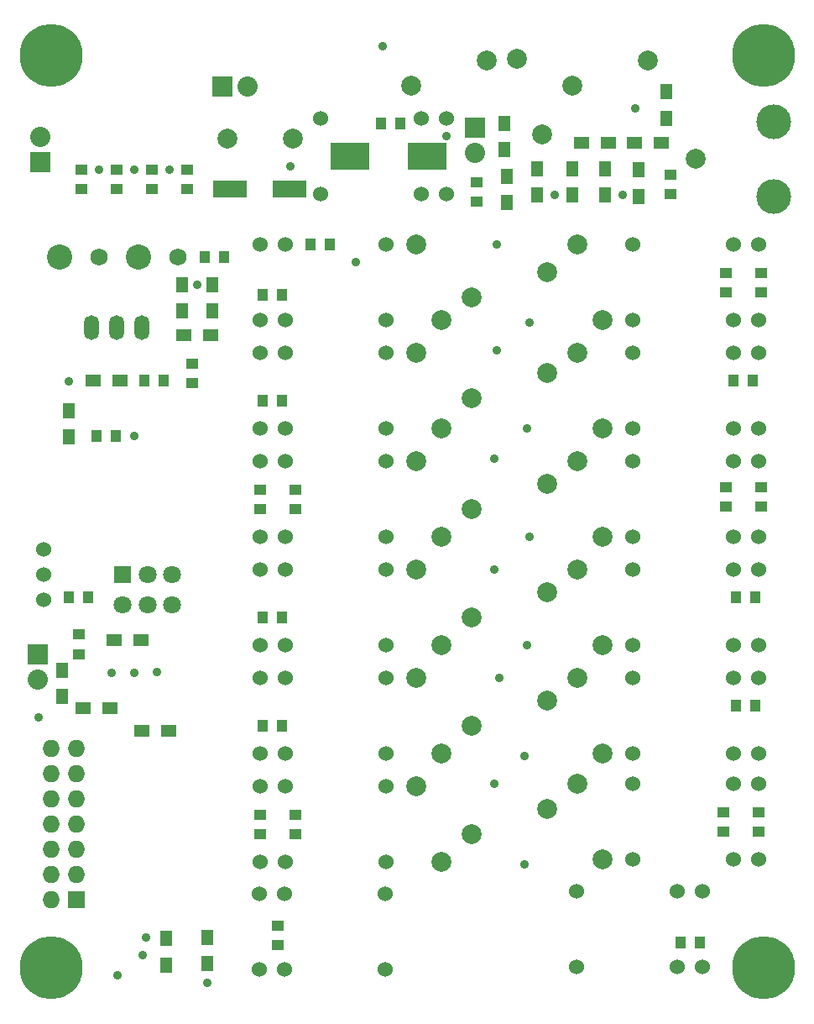
<source format=gbs>
G04 #@! TF.FileFunction,Soldermask,Bot*
%FSLAX46Y46*%
G04 Gerber Fmt 4.6, Leading zero omitted, Abs format (unit mm)*
G04 Created by KiCad (PCBNEW 4.0.1-stable) date 10/02/2016 08:24:28*
%MOMM*%
G01*
G04 APERTURE LIST*
%ADD10C,0.100000*%
%ADD11R,1.000000X1.250000*%
%ADD12R,1.250000X1.000000*%
%ADD13C,3.500000*%
%ADD14C,2.000000*%
%ADD15C,1.524000*%
%ADD16R,1.300000X1.500000*%
%ADD17R,1.500000X1.300000*%
%ADD18C,6.350000*%
%ADD19R,2.032000X2.032000*%
%ADD20O,2.032000X2.032000*%
%ADD21O,1.501140X2.499360*%
%ADD22C,2.540000*%
%ADD23C,1.727200*%
%ADD24R,4.000500X2.700020*%
%ADD25R,3.500120X1.800860*%
%ADD26C,1.998980*%
%ADD27R,1.800000X1.800000*%
%ADD28C,1.800000*%
%ADD29R,1.727200X1.727200*%
%ADD30O,1.727200X1.727200*%
%ADD31C,0.889000*%
G04 APERTURE END LIST*
D10*
D11*
X128540000Y-71882000D03*
X130540000Y-71882000D03*
X125714000Y-77470000D03*
X123714000Y-77470000D03*
X152416000Y-45974000D03*
X154416000Y-45974000D03*
X134636000Y-59436000D03*
X136636000Y-59436000D03*
D12*
X125730000Y-50562000D03*
X125730000Y-52562000D03*
X132842000Y-50562000D03*
X132842000Y-52562000D03*
X122174000Y-50562000D03*
X122174000Y-52562000D03*
D13*
X192024000Y-53330000D03*
X192024000Y-45730000D03*
D14*
X184224000Y-49530000D03*
D15*
X118364000Y-91440000D03*
X118364000Y-93980000D03*
X118364000Y-88900000D03*
D16*
X175006000Y-53166000D03*
X175006000Y-50466000D03*
D17*
X172640000Y-47879000D03*
X175340000Y-47879000D03*
D16*
X171704000Y-53166000D03*
X171704000Y-50466000D03*
X135382000Y-62150000D03*
X135382000Y-64850000D03*
D17*
X132508000Y-67310000D03*
X135208000Y-67310000D03*
D16*
X132334000Y-62150000D03*
X132334000Y-64850000D03*
X181229000Y-45419000D03*
X181229000Y-42719000D03*
X178435000Y-53293000D03*
X178435000Y-50593000D03*
D17*
X177974000Y-47879000D03*
X180674000Y-47879000D03*
D18*
X191008000Y-39116000D03*
X119126000Y-39116000D03*
X191008000Y-131064000D03*
X119126000Y-131064000D03*
D19*
X117792500Y-99441000D03*
D20*
X117792500Y-101981000D03*
D17*
X123364000Y-71882000D03*
X126064000Y-71882000D03*
D16*
X120904000Y-74850000D03*
X120904000Y-77550000D03*
D12*
X129286000Y-50562000D03*
X129286000Y-52562000D03*
D15*
X159004000Y-45466000D03*
X156464000Y-45466000D03*
X146304000Y-45466000D03*
X146304000Y-53086000D03*
X159004000Y-53086000D03*
X156464000Y-53086000D03*
X140208000Y-65786000D03*
X142748000Y-65786000D03*
X152908000Y-65786000D03*
X152908000Y-58166000D03*
X140208000Y-58166000D03*
X142748000Y-58166000D03*
X140208000Y-76708000D03*
X142748000Y-76708000D03*
X152908000Y-76708000D03*
X152908000Y-69088000D03*
X140208000Y-69088000D03*
X142748000Y-69088000D03*
X140208000Y-87630000D03*
X142748000Y-87630000D03*
X152908000Y-87630000D03*
X152908000Y-80010000D03*
X140208000Y-80010000D03*
X142748000Y-80010000D03*
X140208000Y-98552000D03*
X142748000Y-98552000D03*
X152908000Y-98552000D03*
X152908000Y-90932000D03*
X140208000Y-90932000D03*
X142748000Y-90932000D03*
X140208000Y-109474000D03*
X142748000Y-109474000D03*
X152908000Y-109474000D03*
X152908000Y-101854000D03*
X140208000Y-101854000D03*
X142748000Y-101854000D03*
X140208000Y-120396000D03*
X142748000Y-120396000D03*
X152908000Y-120396000D03*
X152908000Y-112776000D03*
X140208000Y-112776000D03*
X142748000Y-112776000D03*
X140144500Y-131191000D03*
X142684500Y-131191000D03*
X152844500Y-131191000D03*
X152844500Y-123571000D03*
X140144500Y-123571000D03*
X142684500Y-123571000D03*
X190500000Y-58166000D03*
X187960000Y-58166000D03*
X177800000Y-58166000D03*
X177800000Y-65786000D03*
X190500000Y-65786000D03*
X187960000Y-65786000D03*
X190500000Y-69088000D03*
X187960000Y-69088000D03*
X177800000Y-69088000D03*
X177800000Y-76708000D03*
X190500000Y-76708000D03*
X187960000Y-76708000D03*
X190500000Y-80010000D03*
X187960000Y-80010000D03*
X177800000Y-80010000D03*
X177800000Y-87630000D03*
X190500000Y-87630000D03*
X187960000Y-87630000D03*
X190500000Y-90932000D03*
X187960000Y-90932000D03*
X177800000Y-90932000D03*
X177800000Y-98552000D03*
X190500000Y-98552000D03*
X187960000Y-98552000D03*
X190500000Y-101854000D03*
X187960000Y-101854000D03*
X177800000Y-101854000D03*
X177800000Y-109474000D03*
X190500000Y-109474000D03*
X187960000Y-109474000D03*
X190500000Y-112522000D03*
X187960000Y-112522000D03*
X177800000Y-112522000D03*
X177800000Y-120142000D03*
X190500000Y-120142000D03*
X187960000Y-120142000D03*
D19*
X118046500Y-49847500D03*
D20*
X118046500Y-47307500D03*
D19*
X136461500Y-42227500D03*
D20*
X139001500Y-42227500D03*
D21*
X125730000Y-66548000D03*
X128270000Y-66548000D03*
X123190000Y-66548000D03*
D22*
X119984000Y-59436000D03*
D23*
X123984000Y-59436000D03*
D22*
X127984000Y-59436000D03*
D23*
X131984000Y-59436000D03*
D24*
X157050740Y-49276000D03*
X149273260Y-49276000D03*
D25*
X143207740Y-52578000D03*
X137208260Y-52578000D03*
D11*
X147304000Y-58166000D03*
X145304000Y-58166000D03*
D26*
X179324000Y-39624000D03*
X171704000Y-42164000D03*
X168719500Y-47053500D03*
X166179500Y-39433500D03*
X155956000Y-58166000D03*
X158496000Y-65786000D03*
X155956000Y-69088000D03*
X158496000Y-76708000D03*
X155956000Y-80010000D03*
X158496000Y-87630000D03*
X155956000Y-90932000D03*
X158496000Y-98552000D03*
X155956000Y-101854000D03*
X158496000Y-109474000D03*
X155956000Y-112776000D03*
X158496000Y-120396000D03*
X161544000Y-63500000D03*
X169164000Y-60960000D03*
X161544000Y-73660000D03*
X169164000Y-71120000D03*
X161544000Y-84836000D03*
X169164000Y-82296000D03*
X161544000Y-95758000D03*
X169164000Y-93218000D03*
X161544000Y-106680000D03*
X169164000Y-104140000D03*
X161544000Y-117602000D03*
X169164000Y-115062000D03*
X172212000Y-58166000D03*
X174752000Y-65786000D03*
X172212000Y-69088000D03*
X174752000Y-76708000D03*
X172212000Y-80010000D03*
X174752000Y-87630000D03*
X172212000Y-90932000D03*
X174752000Y-98552000D03*
X172212000Y-101854000D03*
X174752000Y-109474000D03*
X172212000Y-112522000D03*
X174752000Y-120142000D03*
X143507460Y-47498000D03*
X136908540Y-47498000D03*
X163068000Y-39624000D03*
X155448000Y-42164000D03*
D12*
X190754000Y-62976000D03*
X190754000Y-60976000D03*
X190500000Y-117332000D03*
X190500000Y-115332000D03*
X140208000Y-115586000D03*
X140208000Y-117586000D03*
X140208000Y-82820000D03*
X140208000Y-84820000D03*
X190754000Y-84566000D03*
X190754000Y-82566000D03*
X187198000Y-62976000D03*
X187198000Y-60976000D03*
D11*
X189976000Y-71882000D03*
X187976000Y-71882000D03*
D12*
X187198000Y-84566000D03*
X187198000Y-82566000D03*
D11*
X190230000Y-93726000D03*
X188230000Y-93726000D03*
X190230000Y-104648000D03*
X188230000Y-104648000D03*
D12*
X186944000Y-117332000D03*
X186944000Y-115332000D03*
D11*
X140478000Y-63246000D03*
X142478000Y-63246000D03*
X140478000Y-73914000D03*
X142478000Y-73914000D03*
D12*
X143764000Y-82820000D03*
X143764000Y-84820000D03*
D11*
X140478000Y-95758000D03*
X142478000Y-95758000D03*
X140478000Y-106680000D03*
X142478000Y-106680000D03*
D12*
X143764000Y-115586000D03*
X143764000Y-117586000D03*
X141986000Y-126762000D03*
X141986000Y-128762000D03*
D16*
X168211500Y-53166000D03*
X168211500Y-50466000D03*
X165163500Y-53928000D03*
X165163500Y-51228000D03*
X164846000Y-48594000D03*
X164846000Y-45894000D03*
D11*
X184642000Y-128524000D03*
X182642000Y-128524000D03*
D15*
X184848500Y-123317000D03*
X182308500Y-123317000D03*
X172148500Y-123317000D03*
X172148500Y-130937000D03*
X184848500Y-130937000D03*
X182308500Y-130937000D03*
D12*
X121920000Y-99425000D03*
X121920000Y-97425000D03*
X133350000Y-72120000D03*
X133350000Y-70120000D03*
D11*
X120920000Y-93726000D03*
X122920000Y-93726000D03*
D17*
X125048000Y-104902000D03*
X122348000Y-104902000D03*
D16*
X120269000Y-101012000D03*
X120269000Y-103712000D03*
D17*
X125523000Y-98044000D03*
X128223000Y-98044000D03*
D27*
X126365000Y-91440000D03*
D28*
X128865000Y-91440000D03*
X126365000Y-94440000D03*
X131365000Y-91440000D03*
X131365000Y-94440000D03*
X128865000Y-94440000D03*
D17*
X128317000Y-107188000D03*
X131017000Y-107188000D03*
D12*
X181610000Y-51070000D03*
X181610000Y-53070000D03*
X162115500Y-51832000D03*
X162115500Y-53832000D03*
D19*
X161925000Y-46355000D03*
D20*
X161925000Y-48895000D03*
D16*
X130746500Y-128063000D03*
X130746500Y-130763000D03*
X134937500Y-130636000D03*
X134937500Y-127936000D03*
D29*
X121666000Y-124206000D03*
D30*
X119126000Y-124206000D03*
X121666000Y-121666000D03*
X119126000Y-121666000D03*
X121666000Y-119126000D03*
X119126000Y-119126000D03*
X121666000Y-116586000D03*
X119126000Y-116586000D03*
X121666000Y-114046000D03*
X119126000Y-114046000D03*
X121666000Y-111506000D03*
X119126000Y-111506000D03*
X121666000Y-108966000D03*
X119126000Y-108966000D03*
D31*
X169989500Y-53149500D03*
X152590500Y-38163500D03*
X178117500Y-44450000D03*
X134937500Y-132524500D03*
X159004000Y-47244000D03*
X127508000Y-77470000D03*
X133858000Y-62230000D03*
X131064000Y-50562000D03*
X127508000Y-50562000D03*
X123952000Y-50562000D03*
X164084000Y-58166000D03*
X167386000Y-66040000D03*
X167132000Y-76708000D03*
X163830000Y-79756000D03*
X164084000Y-68834000D03*
X167386000Y-87630000D03*
X163830000Y-90932000D03*
X167132000Y-98552000D03*
X164338000Y-101854000D03*
X166878000Y-109728000D03*
X163830000Y-112522000D03*
X166878000Y-120650000D03*
X143256000Y-50292000D03*
X176784000Y-53166000D03*
X149860000Y-59944000D03*
X117919500Y-105791000D03*
X125857000Y-131826000D03*
X128397000Y-129794000D03*
X120904000Y-71962000D03*
X125222000Y-101346000D03*
X127508000Y-101346000D03*
X129794000Y-101219000D03*
X128714500Y-128016000D03*
M02*

</source>
